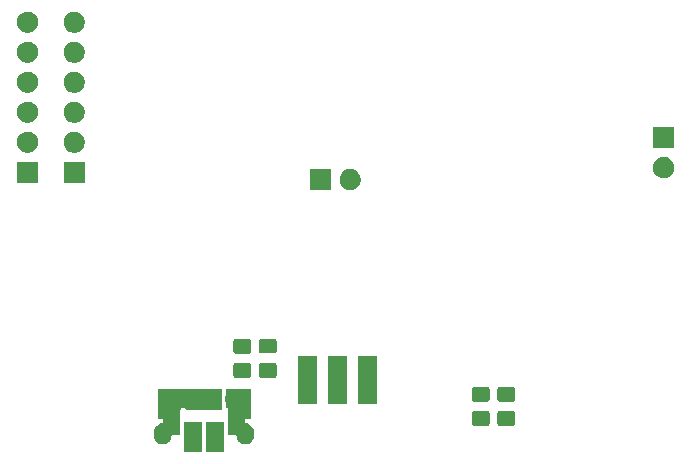
<source format=gts>
G04 #@! TF.GenerationSoftware,KiCad,Pcbnew,(5.1.5)-3*
G04 #@! TF.CreationDate,2020-06-11T14:27:07+02:00*
G04 #@! TF.ProjectId,Power_module_v0,506f7765-725f-46d6-9f64-756c655f7630,rev?*
G04 #@! TF.SameCoordinates,Original*
G04 #@! TF.FileFunction,Soldermask,Top*
G04 #@! TF.FilePolarity,Negative*
%FSLAX46Y46*%
G04 Gerber Fmt 4.6, Leading zero omitted, Abs format (unit mm)*
G04 Created by KiCad (PCBNEW (5.1.5)-3) date 2020-06-11 14:27:07*
%MOMM*%
%LPD*%
G04 APERTURE LIST*
%ADD10C,0.100000*%
G04 APERTURE END LIST*
D10*
G36*
X112914900Y-108047740D02*
G01*
X111382900Y-108047740D01*
X111382900Y-105445740D01*
X112914900Y-105445740D01*
X112914900Y-108047740D01*
G37*
G36*
X110994900Y-108047740D02*
G01*
X109462900Y-108047740D01*
X109462900Y-105445740D01*
X110994900Y-105445740D01*
X110994900Y-108047740D01*
G37*
G36*
X108886717Y-102684436D02*
G01*
X108906234Y-102690357D01*
X108930267Y-102695138D01*
X108942520Y-102695740D01*
X109440659Y-102695740D01*
X109445453Y-102699674D01*
X109467064Y-102711225D01*
X109490513Y-102718338D01*
X109514899Y-102720740D01*
X112739900Y-102720740D01*
X112739900Y-104472740D01*
X109637900Y-104472740D01*
X109637900Y-104422739D01*
X109635498Y-104398353D01*
X109628385Y-104374904D01*
X109616834Y-104353293D01*
X109601289Y-104334351D01*
X109582347Y-104318806D01*
X109560736Y-104307255D01*
X109537287Y-104300142D01*
X109512901Y-104297740D01*
X109327399Y-104297740D01*
X109303013Y-104300142D01*
X109279564Y-104307255D01*
X109257953Y-104318806D01*
X109239011Y-104334351D01*
X109223466Y-104353293D01*
X109211915Y-104374904D01*
X109204802Y-104398353D01*
X109202400Y-104422739D01*
X109202400Y-105259965D01*
X109194415Y-105274904D01*
X109187302Y-105298353D01*
X109184900Y-105322739D01*
X109184900Y-106597740D01*
X108537023Y-106597740D01*
X108512637Y-106600142D01*
X108489188Y-106607255D01*
X108467577Y-106618806D01*
X108448635Y-106634351D01*
X108433090Y-106653293D01*
X108421539Y-106674904D01*
X108412626Y-106710487D01*
X108404395Y-106794060D01*
X108373683Y-106895304D01*
X108362880Y-106930916D01*
X108295468Y-107057034D01*
X108204743Y-107167583D01*
X108094194Y-107258308D01*
X107968075Y-107325720D01*
X107968072Y-107325721D01*
X107831221Y-107367235D01*
X107688900Y-107381252D01*
X107546580Y-107367235D01*
X107409729Y-107325721D01*
X107409726Y-107325720D01*
X107283607Y-107258308D01*
X107173058Y-107167583D01*
X107082332Y-107057034D01*
X107014920Y-106930915D01*
X107014919Y-106930912D01*
X106973405Y-106794061D01*
X106962900Y-106687399D01*
X106962900Y-106266082D01*
X106973405Y-106159420D01*
X107014919Y-106022569D01*
X107014920Y-106022566D01*
X107082332Y-105896447D01*
X107173058Y-105785897D01*
X107283606Y-105695172D01*
X107409725Y-105627760D01*
X107409728Y-105627759D01*
X107546579Y-105586245D01*
X107620155Y-105578999D01*
X107644186Y-105574219D01*
X107666825Y-105564841D01*
X107687199Y-105551228D01*
X107704526Y-105533901D01*
X107718140Y-105513526D01*
X107727518Y-105490887D01*
X107732298Y-105466854D01*
X107732900Y-105454602D01*
X107732900Y-105322739D01*
X107730498Y-105298353D01*
X107723385Y-105274904D01*
X107711834Y-105253293D01*
X107696289Y-105234351D01*
X107677347Y-105218806D01*
X107655736Y-105207255D01*
X107632287Y-105200142D01*
X107607901Y-105197740D01*
X107275400Y-105197740D01*
X107275400Y-104324161D01*
X107278385Y-104318576D01*
X107285498Y-104295127D01*
X107287900Y-104270741D01*
X107287900Y-102695740D01*
X108595279Y-102695740D01*
X108619665Y-102693338D01*
X108631565Y-102690357D01*
X108651082Y-102684436D01*
X108768900Y-102672833D01*
X108886717Y-102684436D01*
G37*
G36*
X113632307Y-102675138D02*
G01*
X113644559Y-102675740D01*
X115139900Y-102675740D01*
X115139900Y-104270741D01*
X115142302Y-104295127D01*
X115149415Y-104318576D01*
X115152400Y-104324161D01*
X115152400Y-105197740D01*
X114789899Y-105197740D01*
X114765513Y-105200142D01*
X114742064Y-105207255D01*
X114720453Y-105218806D01*
X114701511Y-105234351D01*
X114685966Y-105253293D01*
X114674415Y-105274904D01*
X114667302Y-105298353D01*
X114664900Y-105322739D01*
X114664900Y-105456572D01*
X114667302Y-105480958D01*
X114674415Y-105504407D01*
X114685966Y-105526018D01*
X114701511Y-105544960D01*
X114720453Y-105560505D01*
X114742064Y-105572056D01*
X114765513Y-105579169D01*
X114777640Y-105580968D01*
X114831220Y-105586245D01*
X114968071Y-105627759D01*
X114968074Y-105627760D01*
X115094193Y-105695172D01*
X115094195Y-105695173D01*
X115094194Y-105695173D01*
X115202554Y-105784101D01*
X115204743Y-105785898D01*
X115295468Y-105896446D01*
X115362880Y-106022565D01*
X115362880Y-106022566D01*
X115362881Y-106022568D01*
X115404395Y-106159419D01*
X115414900Y-106266081D01*
X115414900Y-106687398D01*
X115404395Y-106794060D01*
X115373683Y-106895304D01*
X115362880Y-106930916D01*
X115295468Y-107057034D01*
X115204743Y-107167583D01*
X115094194Y-107258308D01*
X114968075Y-107325720D01*
X114968072Y-107325721D01*
X114831221Y-107367235D01*
X114688900Y-107381252D01*
X114546580Y-107367235D01*
X114409729Y-107325721D01*
X114409726Y-107325720D01*
X114283607Y-107258308D01*
X114173058Y-107167583D01*
X114082332Y-107057034D01*
X114014920Y-106930915D01*
X114014919Y-106930912D01*
X113973405Y-106794061D01*
X113965174Y-106710486D01*
X113960394Y-106686454D01*
X113951016Y-106663815D01*
X113937403Y-106643441D01*
X113920076Y-106626113D01*
X113899701Y-106612500D01*
X113877062Y-106603122D01*
X113853029Y-106598342D01*
X113840777Y-106597740D01*
X113212900Y-106597740D01*
X113212900Y-104402739D01*
X113210498Y-104378353D01*
X113203385Y-104354904D01*
X113191834Y-104333293D01*
X113176289Y-104314351D01*
X113157347Y-104298806D01*
X113135736Y-104287255D01*
X113112287Y-104280142D01*
X113087901Y-104277740D01*
X113037900Y-104277740D01*
X113037900Y-103883326D01*
X113035498Y-103858940D01*
X113032517Y-103847040D01*
X113016596Y-103794558D01*
X113007900Y-103706259D01*
X113007900Y-103247222D01*
X113016596Y-103158923D01*
X113032517Y-103106441D01*
X113037298Y-103082408D01*
X113037900Y-103070155D01*
X113037900Y-102675740D01*
X113573241Y-102675740D01*
X113585493Y-102675138D01*
X113608900Y-102672833D01*
X113632307Y-102675138D01*
G37*
G36*
X137367674Y-104552465D02*
G01*
X137405367Y-104563899D01*
X137440103Y-104582466D01*
X137470548Y-104607452D01*
X137495534Y-104637897D01*
X137514101Y-104672633D01*
X137525535Y-104710326D01*
X137530000Y-104755661D01*
X137530000Y-105592339D01*
X137525535Y-105637674D01*
X137514101Y-105675367D01*
X137495534Y-105710103D01*
X137470548Y-105740548D01*
X137440103Y-105765534D01*
X137405367Y-105784101D01*
X137367674Y-105795535D01*
X137322339Y-105800000D01*
X136235661Y-105800000D01*
X136190326Y-105795535D01*
X136152633Y-105784101D01*
X136117897Y-105765534D01*
X136087452Y-105740548D01*
X136062466Y-105710103D01*
X136043899Y-105675367D01*
X136032465Y-105637674D01*
X136028000Y-105592339D01*
X136028000Y-104755661D01*
X136032465Y-104710326D01*
X136043899Y-104672633D01*
X136062466Y-104637897D01*
X136087452Y-104607452D01*
X136117897Y-104582466D01*
X136152633Y-104563899D01*
X136190326Y-104552465D01*
X136235661Y-104548000D01*
X137322339Y-104548000D01*
X137367674Y-104552465D01*
G37*
G36*
X135208674Y-104552465D02*
G01*
X135246367Y-104563899D01*
X135281103Y-104582466D01*
X135311548Y-104607452D01*
X135336534Y-104637897D01*
X135355101Y-104672633D01*
X135366535Y-104710326D01*
X135371000Y-104755661D01*
X135371000Y-105592339D01*
X135366535Y-105637674D01*
X135355101Y-105675367D01*
X135336534Y-105710103D01*
X135311548Y-105740548D01*
X135281103Y-105765534D01*
X135246367Y-105784101D01*
X135208674Y-105795535D01*
X135163339Y-105800000D01*
X134076661Y-105800000D01*
X134031326Y-105795535D01*
X133993633Y-105784101D01*
X133958897Y-105765534D01*
X133928452Y-105740548D01*
X133903466Y-105710103D01*
X133884899Y-105675367D01*
X133873465Y-105637674D01*
X133869000Y-105592339D01*
X133869000Y-104755661D01*
X133873465Y-104710326D01*
X133884899Y-104672633D01*
X133903466Y-104637897D01*
X133928452Y-104607452D01*
X133958897Y-104582466D01*
X133993633Y-104563899D01*
X134031326Y-104552465D01*
X134076661Y-104548000D01*
X135163339Y-104548000D01*
X135208674Y-104552465D01*
G37*
G36*
X120782280Y-103963420D02*
G01*
X119156280Y-103963420D01*
X119156280Y-99861420D01*
X120782280Y-99861420D01*
X120782280Y-103963420D01*
G37*
G36*
X125862280Y-103963420D02*
G01*
X124236280Y-103963420D01*
X124236280Y-99861420D01*
X125862280Y-99861420D01*
X125862280Y-103963420D01*
G37*
G36*
X123322280Y-103963420D02*
G01*
X121696280Y-103963420D01*
X121696280Y-99861420D01*
X123322280Y-99861420D01*
X123322280Y-103963420D01*
G37*
G36*
X135208674Y-102502465D02*
G01*
X135246367Y-102513899D01*
X135281103Y-102532466D01*
X135311548Y-102557452D01*
X135336534Y-102587897D01*
X135355101Y-102622633D01*
X135366535Y-102660326D01*
X135371000Y-102705661D01*
X135371000Y-103542339D01*
X135366535Y-103587674D01*
X135355101Y-103625367D01*
X135336534Y-103660103D01*
X135311548Y-103690548D01*
X135281103Y-103715534D01*
X135246367Y-103734101D01*
X135208674Y-103745535D01*
X135163339Y-103750000D01*
X134076661Y-103750000D01*
X134031326Y-103745535D01*
X133993633Y-103734101D01*
X133958897Y-103715534D01*
X133928452Y-103690548D01*
X133903466Y-103660103D01*
X133884899Y-103625367D01*
X133873465Y-103587674D01*
X133869000Y-103542339D01*
X133869000Y-102705661D01*
X133873465Y-102660326D01*
X133884899Y-102622633D01*
X133903466Y-102587897D01*
X133928452Y-102557452D01*
X133958897Y-102532466D01*
X133993633Y-102513899D01*
X134031326Y-102502465D01*
X134076661Y-102498000D01*
X135163339Y-102498000D01*
X135208674Y-102502465D01*
G37*
G36*
X137367674Y-102502465D02*
G01*
X137405367Y-102513899D01*
X137440103Y-102532466D01*
X137470548Y-102557452D01*
X137495534Y-102587897D01*
X137514101Y-102622633D01*
X137525535Y-102660326D01*
X137530000Y-102705661D01*
X137530000Y-103542339D01*
X137525535Y-103587674D01*
X137514101Y-103625367D01*
X137495534Y-103660103D01*
X137470548Y-103690548D01*
X137440103Y-103715534D01*
X137405367Y-103734101D01*
X137367674Y-103745535D01*
X137322339Y-103750000D01*
X136235661Y-103750000D01*
X136190326Y-103745535D01*
X136152633Y-103734101D01*
X136117897Y-103715534D01*
X136087452Y-103690548D01*
X136062466Y-103660103D01*
X136043899Y-103625367D01*
X136032465Y-103587674D01*
X136028000Y-103542339D01*
X136028000Y-102705661D01*
X136032465Y-102660326D01*
X136043899Y-102622633D01*
X136062466Y-102587897D01*
X136087452Y-102557452D01*
X136117897Y-102532466D01*
X136152633Y-102513899D01*
X136190326Y-102502465D01*
X136235661Y-102498000D01*
X137322339Y-102498000D01*
X137367674Y-102502465D01*
G37*
G36*
X115015674Y-100488465D02*
G01*
X115053367Y-100499899D01*
X115088103Y-100518466D01*
X115118548Y-100543452D01*
X115143534Y-100573897D01*
X115162101Y-100608633D01*
X115173535Y-100646326D01*
X115178000Y-100691661D01*
X115178000Y-101528339D01*
X115173535Y-101573674D01*
X115162101Y-101611367D01*
X115143534Y-101646103D01*
X115118548Y-101676548D01*
X115088103Y-101701534D01*
X115053367Y-101720101D01*
X115015674Y-101731535D01*
X114970339Y-101736000D01*
X113883661Y-101736000D01*
X113838326Y-101731535D01*
X113800633Y-101720101D01*
X113765897Y-101701534D01*
X113735452Y-101676548D01*
X113710466Y-101646103D01*
X113691899Y-101611367D01*
X113680465Y-101573674D01*
X113676000Y-101528339D01*
X113676000Y-100691661D01*
X113680465Y-100646326D01*
X113691899Y-100608633D01*
X113710466Y-100573897D01*
X113735452Y-100543452D01*
X113765897Y-100518466D01*
X113800633Y-100499899D01*
X113838326Y-100488465D01*
X113883661Y-100484000D01*
X114970339Y-100484000D01*
X115015674Y-100488465D01*
G37*
G36*
X117174674Y-100479465D02*
G01*
X117212367Y-100490899D01*
X117247103Y-100509466D01*
X117277548Y-100534452D01*
X117302534Y-100564897D01*
X117321101Y-100599633D01*
X117332535Y-100637326D01*
X117337000Y-100682661D01*
X117337000Y-101519339D01*
X117332535Y-101564674D01*
X117321101Y-101602367D01*
X117302534Y-101637103D01*
X117277548Y-101667548D01*
X117247103Y-101692534D01*
X117212367Y-101711101D01*
X117174674Y-101722535D01*
X117129339Y-101727000D01*
X116042661Y-101727000D01*
X115997326Y-101722535D01*
X115959633Y-101711101D01*
X115924897Y-101692534D01*
X115894452Y-101667548D01*
X115869466Y-101637103D01*
X115850899Y-101602367D01*
X115839465Y-101564674D01*
X115835000Y-101519339D01*
X115835000Y-100682661D01*
X115839465Y-100637326D01*
X115850899Y-100599633D01*
X115869466Y-100564897D01*
X115894452Y-100534452D01*
X115924897Y-100509466D01*
X115959633Y-100490899D01*
X115997326Y-100479465D01*
X116042661Y-100475000D01*
X117129339Y-100475000D01*
X117174674Y-100479465D01*
G37*
G36*
X115015674Y-98438465D02*
G01*
X115053367Y-98449899D01*
X115088103Y-98468466D01*
X115118548Y-98493452D01*
X115143534Y-98523897D01*
X115162101Y-98558633D01*
X115173535Y-98596326D01*
X115178000Y-98641661D01*
X115178000Y-99478339D01*
X115173535Y-99523674D01*
X115162101Y-99561367D01*
X115143534Y-99596103D01*
X115118548Y-99626548D01*
X115088103Y-99651534D01*
X115053367Y-99670101D01*
X115015674Y-99681535D01*
X114970339Y-99686000D01*
X113883661Y-99686000D01*
X113838326Y-99681535D01*
X113800633Y-99670101D01*
X113765897Y-99651534D01*
X113735452Y-99626548D01*
X113710466Y-99596103D01*
X113691899Y-99561367D01*
X113680465Y-99523674D01*
X113676000Y-99478339D01*
X113676000Y-98641661D01*
X113680465Y-98596326D01*
X113691899Y-98558633D01*
X113710466Y-98523897D01*
X113735452Y-98493452D01*
X113765897Y-98468466D01*
X113800633Y-98449899D01*
X113838326Y-98438465D01*
X113883661Y-98434000D01*
X114970339Y-98434000D01*
X115015674Y-98438465D01*
G37*
G36*
X117174674Y-98429465D02*
G01*
X117212367Y-98440899D01*
X117247103Y-98459466D01*
X117277548Y-98484452D01*
X117302534Y-98514897D01*
X117321101Y-98549633D01*
X117332535Y-98587326D01*
X117337000Y-98632661D01*
X117337000Y-99469339D01*
X117332535Y-99514674D01*
X117321101Y-99552367D01*
X117302534Y-99587103D01*
X117277548Y-99617548D01*
X117247103Y-99642534D01*
X117212367Y-99661101D01*
X117174674Y-99672535D01*
X117129339Y-99677000D01*
X116042661Y-99677000D01*
X115997326Y-99672535D01*
X115959633Y-99661101D01*
X115924897Y-99642534D01*
X115894452Y-99617548D01*
X115869466Y-99587103D01*
X115850899Y-99552367D01*
X115839465Y-99514674D01*
X115835000Y-99469339D01*
X115835000Y-98632661D01*
X115839465Y-98587326D01*
X115850899Y-98549633D01*
X115869466Y-98514897D01*
X115894452Y-98484452D01*
X115924897Y-98459466D01*
X115959633Y-98440899D01*
X115997326Y-98429465D01*
X116042661Y-98425000D01*
X117129339Y-98425000D01*
X117174674Y-98429465D01*
G37*
G36*
X123684512Y-84066927D02*
G01*
X123833812Y-84096624D01*
X123997784Y-84164544D01*
X124145354Y-84263147D01*
X124270853Y-84388646D01*
X124369456Y-84536216D01*
X124437376Y-84700188D01*
X124472000Y-84874259D01*
X124472000Y-85051741D01*
X124437376Y-85225812D01*
X124369456Y-85389784D01*
X124270853Y-85537354D01*
X124145354Y-85662853D01*
X123997784Y-85761456D01*
X123833812Y-85829376D01*
X123684512Y-85859073D01*
X123659742Y-85864000D01*
X123482258Y-85864000D01*
X123457488Y-85859073D01*
X123308188Y-85829376D01*
X123144216Y-85761456D01*
X122996646Y-85662853D01*
X122871147Y-85537354D01*
X122772544Y-85389784D01*
X122704624Y-85225812D01*
X122670000Y-85051741D01*
X122670000Y-84874259D01*
X122704624Y-84700188D01*
X122772544Y-84536216D01*
X122871147Y-84388646D01*
X122996646Y-84263147D01*
X123144216Y-84164544D01*
X123308188Y-84096624D01*
X123457488Y-84066927D01*
X123482258Y-84062000D01*
X123659742Y-84062000D01*
X123684512Y-84066927D01*
G37*
G36*
X121932000Y-85864000D02*
G01*
X120130000Y-85864000D01*
X120130000Y-84062000D01*
X121932000Y-84062000D01*
X121932000Y-85864000D01*
G37*
G36*
X97167000Y-85229000D02*
G01*
X95365000Y-85229000D01*
X95365000Y-83427000D01*
X97167000Y-83427000D01*
X97167000Y-85229000D01*
G37*
G36*
X101104000Y-85229000D02*
G01*
X99302000Y-85229000D01*
X99302000Y-83427000D01*
X101104000Y-83427000D01*
X101104000Y-85229000D01*
G37*
G36*
X150227512Y-83050927D02*
G01*
X150376812Y-83080624D01*
X150540784Y-83148544D01*
X150688354Y-83247147D01*
X150813853Y-83372646D01*
X150912456Y-83520216D01*
X150980376Y-83684188D01*
X151015000Y-83858259D01*
X151015000Y-84035741D01*
X150980376Y-84209812D01*
X150912456Y-84373784D01*
X150813853Y-84521354D01*
X150688354Y-84646853D01*
X150540784Y-84745456D01*
X150376812Y-84813376D01*
X150227512Y-84843073D01*
X150202742Y-84848000D01*
X150025258Y-84848000D01*
X150000488Y-84843073D01*
X149851188Y-84813376D01*
X149687216Y-84745456D01*
X149539646Y-84646853D01*
X149414147Y-84521354D01*
X149315544Y-84373784D01*
X149247624Y-84209812D01*
X149213000Y-84035741D01*
X149213000Y-83858259D01*
X149247624Y-83684188D01*
X149315544Y-83520216D01*
X149414147Y-83372646D01*
X149539646Y-83247147D01*
X149687216Y-83148544D01*
X149851188Y-83080624D01*
X150000488Y-83050927D01*
X150025258Y-83046000D01*
X150202742Y-83046000D01*
X150227512Y-83050927D01*
G37*
G36*
X96379512Y-80891927D02*
G01*
X96528812Y-80921624D01*
X96692784Y-80989544D01*
X96840354Y-81088147D01*
X96965853Y-81213646D01*
X97064456Y-81361216D01*
X97132376Y-81525188D01*
X97167000Y-81699259D01*
X97167000Y-81876741D01*
X97132376Y-82050812D01*
X97064456Y-82214784D01*
X96965853Y-82362354D01*
X96840354Y-82487853D01*
X96692784Y-82586456D01*
X96528812Y-82654376D01*
X96379512Y-82684073D01*
X96354742Y-82689000D01*
X96177258Y-82689000D01*
X96152488Y-82684073D01*
X96003188Y-82654376D01*
X95839216Y-82586456D01*
X95691646Y-82487853D01*
X95566147Y-82362354D01*
X95467544Y-82214784D01*
X95399624Y-82050812D01*
X95365000Y-81876741D01*
X95365000Y-81699259D01*
X95399624Y-81525188D01*
X95467544Y-81361216D01*
X95566147Y-81213646D01*
X95691646Y-81088147D01*
X95839216Y-80989544D01*
X96003188Y-80921624D01*
X96152488Y-80891927D01*
X96177258Y-80887000D01*
X96354742Y-80887000D01*
X96379512Y-80891927D01*
G37*
G36*
X100316512Y-80891927D02*
G01*
X100465812Y-80921624D01*
X100629784Y-80989544D01*
X100777354Y-81088147D01*
X100902853Y-81213646D01*
X101001456Y-81361216D01*
X101069376Y-81525188D01*
X101104000Y-81699259D01*
X101104000Y-81876741D01*
X101069376Y-82050812D01*
X101001456Y-82214784D01*
X100902853Y-82362354D01*
X100777354Y-82487853D01*
X100629784Y-82586456D01*
X100465812Y-82654376D01*
X100316512Y-82684073D01*
X100291742Y-82689000D01*
X100114258Y-82689000D01*
X100089488Y-82684073D01*
X99940188Y-82654376D01*
X99776216Y-82586456D01*
X99628646Y-82487853D01*
X99503147Y-82362354D01*
X99404544Y-82214784D01*
X99336624Y-82050812D01*
X99302000Y-81876741D01*
X99302000Y-81699259D01*
X99336624Y-81525188D01*
X99404544Y-81361216D01*
X99503147Y-81213646D01*
X99628646Y-81088147D01*
X99776216Y-80989544D01*
X99940188Y-80921624D01*
X100089488Y-80891927D01*
X100114258Y-80887000D01*
X100291742Y-80887000D01*
X100316512Y-80891927D01*
G37*
G36*
X151015000Y-82308000D02*
G01*
X149213000Y-82308000D01*
X149213000Y-80506000D01*
X151015000Y-80506000D01*
X151015000Y-82308000D01*
G37*
G36*
X96379512Y-78351927D02*
G01*
X96528812Y-78381624D01*
X96692784Y-78449544D01*
X96840354Y-78548147D01*
X96965853Y-78673646D01*
X97064456Y-78821216D01*
X97132376Y-78985188D01*
X97167000Y-79159259D01*
X97167000Y-79336741D01*
X97132376Y-79510812D01*
X97064456Y-79674784D01*
X96965853Y-79822354D01*
X96840354Y-79947853D01*
X96692784Y-80046456D01*
X96528812Y-80114376D01*
X96379512Y-80144073D01*
X96354742Y-80149000D01*
X96177258Y-80149000D01*
X96152488Y-80144073D01*
X96003188Y-80114376D01*
X95839216Y-80046456D01*
X95691646Y-79947853D01*
X95566147Y-79822354D01*
X95467544Y-79674784D01*
X95399624Y-79510812D01*
X95365000Y-79336741D01*
X95365000Y-79159259D01*
X95399624Y-78985188D01*
X95467544Y-78821216D01*
X95566147Y-78673646D01*
X95691646Y-78548147D01*
X95839216Y-78449544D01*
X96003188Y-78381624D01*
X96152488Y-78351927D01*
X96177258Y-78347000D01*
X96354742Y-78347000D01*
X96379512Y-78351927D01*
G37*
G36*
X100316512Y-78351927D02*
G01*
X100465812Y-78381624D01*
X100629784Y-78449544D01*
X100777354Y-78548147D01*
X100902853Y-78673646D01*
X101001456Y-78821216D01*
X101069376Y-78985188D01*
X101104000Y-79159259D01*
X101104000Y-79336741D01*
X101069376Y-79510812D01*
X101001456Y-79674784D01*
X100902853Y-79822354D01*
X100777354Y-79947853D01*
X100629784Y-80046456D01*
X100465812Y-80114376D01*
X100316512Y-80144073D01*
X100291742Y-80149000D01*
X100114258Y-80149000D01*
X100089488Y-80144073D01*
X99940188Y-80114376D01*
X99776216Y-80046456D01*
X99628646Y-79947853D01*
X99503147Y-79822354D01*
X99404544Y-79674784D01*
X99336624Y-79510812D01*
X99302000Y-79336741D01*
X99302000Y-79159259D01*
X99336624Y-78985188D01*
X99404544Y-78821216D01*
X99503147Y-78673646D01*
X99628646Y-78548147D01*
X99776216Y-78449544D01*
X99940188Y-78381624D01*
X100089488Y-78351927D01*
X100114258Y-78347000D01*
X100291742Y-78347000D01*
X100316512Y-78351927D01*
G37*
G36*
X96379512Y-75811927D02*
G01*
X96528812Y-75841624D01*
X96692784Y-75909544D01*
X96840354Y-76008147D01*
X96965853Y-76133646D01*
X97064456Y-76281216D01*
X97132376Y-76445188D01*
X97167000Y-76619259D01*
X97167000Y-76796741D01*
X97132376Y-76970812D01*
X97064456Y-77134784D01*
X96965853Y-77282354D01*
X96840354Y-77407853D01*
X96692784Y-77506456D01*
X96528812Y-77574376D01*
X96379512Y-77604073D01*
X96354742Y-77609000D01*
X96177258Y-77609000D01*
X96152488Y-77604073D01*
X96003188Y-77574376D01*
X95839216Y-77506456D01*
X95691646Y-77407853D01*
X95566147Y-77282354D01*
X95467544Y-77134784D01*
X95399624Y-76970812D01*
X95365000Y-76796741D01*
X95365000Y-76619259D01*
X95399624Y-76445188D01*
X95467544Y-76281216D01*
X95566147Y-76133646D01*
X95691646Y-76008147D01*
X95839216Y-75909544D01*
X96003188Y-75841624D01*
X96152488Y-75811927D01*
X96177258Y-75807000D01*
X96354742Y-75807000D01*
X96379512Y-75811927D01*
G37*
G36*
X100316512Y-75811927D02*
G01*
X100465812Y-75841624D01*
X100629784Y-75909544D01*
X100777354Y-76008147D01*
X100902853Y-76133646D01*
X101001456Y-76281216D01*
X101069376Y-76445188D01*
X101104000Y-76619259D01*
X101104000Y-76796741D01*
X101069376Y-76970812D01*
X101001456Y-77134784D01*
X100902853Y-77282354D01*
X100777354Y-77407853D01*
X100629784Y-77506456D01*
X100465812Y-77574376D01*
X100316512Y-77604073D01*
X100291742Y-77609000D01*
X100114258Y-77609000D01*
X100089488Y-77604073D01*
X99940188Y-77574376D01*
X99776216Y-77506456D01*
X99628646Y-77407853D01*
X99503147Y-77282354D01*
X99404544Y-77134784D01*
X99336624Y-76970812D01*
X99302000Y-76796741D01*
X99302000Y-76619259D01*
X99336624Y-76445188D01*
X99404544Y-76281216D01*
X99503147Y-76133646D01*
X99628646Y-76008147D01*
X99776216Y-75909544D01*
X99940188Y-75841624D01*
X100089488Y-75811927D01*
X100114258Y-75807000D01*
X100291742Y-75807000D01*
X100316512Y-75811927D01*
G37*
G36*
X96379512Y-73271927D02*
G01*
X96528812Y-73301624D01*
X96692784Y-73369544D01*
X96840354Y-73468147D01*
X96965853Y-73593646D01*
X97064456Y-73741216D01*
X97132376Y-73905188D01*
X97167000Y-74079259D01*
X97167000Y-74256741D01*
X97132376Y-74430812D01*
X97064456Y-74594784D01*
X96965853Y-74742354D01*
X96840354Y-74867853D01*
X96692784Y-74966456D01*
X96528812Y-75034376D01*
X96379512Y-75064073D01*
X96354742Y-75069000D01*
X96177258Y-75069000D01*
X96152488Y-75064073D01*
X96003188Y-75034376D01*
X95839216Y-74966456D01*
X95691646Y-74867853D01*
X95566147Y-74742354D01*
X95467544Y-74594784D01*
X95399624Y-74430812D01*
X95365000Y-74256741D01*
X95365000Y-74079259D01*
X95399624Y-73905188D01*
X95467544Y-73741216D01*
X95566147Y-73593646D01*
X95691646Y-73468147D01*
X95839216Y-73369544D01*
X96003188Y-73301624D01*
X96152488Y-73271927D01*
X96177258Y-73267000D01*
X96354742Y-73267000D01*
X96379512Y-73271927D01*
G37*
G36*
X100316512Y-73271927D02*
G01*
X100465812Y-73301624D01*
X100629784Y-73369544D01*
X100777354Y-73468147D01*
X100902853Y-73593646D01*
X101001456Y-73741216D01*
X101069376Y-73905188D01*
X101104000Y-74079259D01*
X101104000Y-74256741D01*
X101069376Y-74430812D01*
X101001456Y-74594784D01*
X100902853Y-74742354D01*
X100777354Y-74867853D01*
X100629784Y-74966456D01*
X100465812Y-75034376D01*
X100316512Y-75064073D01*
X100291742Y-75069000D01*
X100114258Y-75069000D01*
X100089488Y-75064073D01*
X99940188Y-75034376D01*
X99776216Y-74966456D01*
X99628646Y-74867853D01*
X99503147Y-74742354D01*
X99404544Y-74594784D01*
X99336624Y-74430812D01*
X99302000Y-74256741D01*
X99302000Y-74079259D01*
X99336624Y-73905188D01*
X99404544Y-73741216D01*
X99503147Y-73593646D01*
X99628646Y-73468147D01*
X99776216Y-73369544D01*
X99940188Y-73301624D01*
X100089488Y-73271927D01*
X100114258Y-73267000D01*
X100291742Y-73267000D01*
X100316512Y-73271927D01*
G37*
G36*
X96379512Y-70731927D02*
G01*
X96528812Y-70761624D01*
X96692784Y-70829544D01*
X96840354Y-70928147D01*
X96965853Y-71053646D01*
X97064456Y-71201216D01*
X97132376Y-71365188D01*
X97167000Y-71539259D01*
X97167000Y-71716741D01*
X97132376Y-71890812D01*
X97064456Y-72054784D01*
X96965853Y-72202354D01*
X96840354Y-72327853D01*
X96692784Y-72426456D01*
X96528812Y-72494376D01*
X96379512Y-72524073D01*
X96354742Y-72529000D01*
X96177258Y-72529000D01*
X96152488Y-72524073D01*
X96003188Y-72494376D01*
X95839216Y-72426456D01*
X95691646Y-72327853D01*
X95566147Y-72202354D01*
X95467544Y-72054784D01*
X95399624Y-71890812D01*
X95365000Y-71716741D01*
X95365000Y-71539259D01*
X95399624Y-71365188D01*
X95467544Y-71201216D01*
X95566147Y-71053646D01*
X95691646Y-70928147D01*
X95839216Y-70829544D01*
X96003188Y-70761624D01*
X96152488Y-70731927D01*
X96177258Y-70727000D01*
X96354742Y-70727000D01*
X96379512Y-70731927D01*
G37*
G36*
X100316512Y-70731927D02*
G01*
X100465812Y-70761624D01*
X100629784Y-70829544D01*
X100777354Y-70928147D01*
X100902853Y-71053646D01*
X101001456Y-71201216D01*
X101069376Y-71365188D01*
X101104000Y-71539259D01*
X101104000Y-71716741D01*
X101069376Y-71890812D01*
X101001456Y-72054784D01*
X100902853Y-72202354D01*
X100777354Y-72327853D01*
X100629784Y-72426456D01*
X100465812Y-72494376D01*
X100316512Y-72524073D01*
X100291742Y-72529000D01*
X100114258Y-72529000D01*
X100089488Y-72524073D01*
X99940188Y-72494376D01*
X99776216Y-72426456D01*
X99628646Y-72327853D01*
X99503147Y-72202354D01*
X99404544Y-72054784D01*
X99336624Y-71890812D01*
X99302000Y-71716741D01*
X99302000Y-71539259D01*
X99336624Y-71365188D01*
X99404544Y-71201216D01*
X99503147Y-71053646D01*
X99628646Y-70928147D01*
X99776216Y-70829544D01*
X99940188Y-70761624D01*
X100089488Y-70731927D01*
X100114258Y-70727000D01*
X100291742Y-70727000D01*
X100316512Y-70731927D01*
G37*
M02*

</source>
